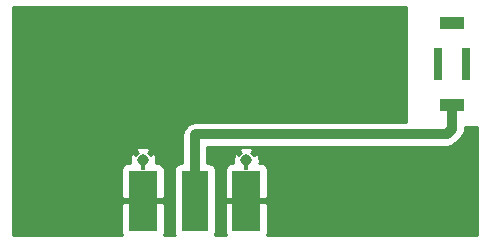
<source format=gbr>
*
%LPD*%
%LNChip Antenna-F.Cu*%
%FSLAX25Y25*%
%MOIN*%
%AD*%
%AD*%
%ADD11R,0.095275591X0.2*%
%ADD12C,0.038188976*%
%ADD13R,0.018110236X0.03503937*%
%ADD14C,0.023622047*%
%ADD15C,0.01*%
%ADD20R,0.09015748X0.2*%
%ADD21R,0.031496063X0.11023622*%
%ADD22R,0.078740157X0.039370079*%
%ADD23C,0.033*%
G54D20*
%SRX1Y1I0.0J0.0*%
G1X62039Y12669D3*
G54D11*
G1X44795Y12669D3*
G1X79283Y12669D3*
G54D12*
G1X44795Y26213D3*
G1X79283Y26213D3*
G54D13*
G1X44795Y24441D3*
G1X79283Y24441D3*
G54D21*
G1X143036Y58260D3*
G54D22*
G1X147839Y72000D3*
G1X147839Y44441D3*
G54D21*
G1X152643Y58220D3*
G54D14*
G1X88583Y11811D3*
G1X88583Y20669D3*
G1X46260Y32480D3*
G1X38386Y32480D3*
G1X35433Y26575D3*
G1X35433Y19685D3*
G1X35433Y11811D3*
G1X145669Y28543D3*
G1X138780Y28543D3*
G1X132874Y28543D3*
G1X125984Y28543D3*
G1X119094Y28543D3*
G1X111220Y28543D3*
G1X103346Y28543D3*
G1X95472Y28543D3*
G1X88583Y28543D3*
G1X67913Y26575D3*
G1X55118Y26575D3*
G1X55118Y32480D3*
G1X57087Y38386D3*
G1X63976Y40354D3*
G1X70866Y40354D3*
G1X78740Y40354D3*
G1X86614Y40354D3*
G1X95472Y40354D3*
G1X103346Y40354D3*
G1X111220Y40354D3*
G1X118110Y40354D3*
G1X125000Y40354D3*
G1X153543Y35433D3*
G1X153543Y27559D3*
G1X153543Y19685D3*
G1X153543Y11811D3*
G1X153543Y3937D3*
G1X145669Y3937D3*
G1X137795Y3937D3*
G1X129921Y3937D3*
G1X122047Y3937D3*
G1X114173Y3937D3*
G1X106299Y3937D3*
G1X98425Y3937D3*
G1X90551Y3937D3*
G1X35433Y3937D3*
G1X27559Y3937D3*
G1X19685Y3937D3*
G1X11811Y3937D3*
G1X129921Y43307D3*
G1X129921Y51181D3*
G1X129921Y59055D3*
G1X129921Y66929D3*
G1X129921Y74803D3*
G1X122047Y74803D3*
G1X114173Y74803D3*
G1X106299Y74803D3*
G1X98425Y74803D3*
G1X90551Y74803D3*
G1X82677Y74803D3*
G1X74803Y74803D3*
G1X66929Y74803D3*
G1X59055Y74803D3*
G1X51181Y74803D3*
G1X43307Y74803D3*
G1X35433Y74803D3*
G1X27559Y74803D3*
G1X19685Y74803D3*
G1X11811Y74803D3*
G1X3937Y3937D3*
G1X3937Y11811D3*
G1X3937Y19685D3*
G1X3937Y27559D3*
G1X3937Y35433D3*
G1X3937Y43307D3*
G1X3937Y51181D3*
G1X3937Y59055D3*
G1X3937Y66929D3*
G1X3937Y74803D3*
G1X147839Y44441D2*
G54D23*
G1X147839Y36641D1*
G1X62039Y34441D2*
G1X62039Y12669D1*
G1X62439Y34841D2*
G1X62039Y34441D1*
G1X146039Y34841D2*
G1X62439Y34841D1*
G1X147839Y36641D2*
G1X146039Y34841D1*
G54D15*
G36*
G1X66189Y25218D2*
G1X66547Y25218D1*
G1X67539Y25017D1*
G1X68374Y24447D1*
G1X68922Y23596D1*
G1X69096Y22669D1*
G1X69096Y21921D1*
G1X72020Y21921D1*
G1X72020Y23167D1*
G1X72400Y24085D1*
G1X73104Y24789D1*
G1X74022Y25169D1*
G1X74938Y25169D1*
G1X74822Y26769D1*
G1X75375Y28434D1*
G1X76216Y28573D1*
G1X76719Y28070D1*
G1X76962Y28312D1*
G1X77619Y28584D1*
G1X76923Y29280D1*
G1X77062Y30121D1*
G1X78091Y30547D1*
G1X79840Y30674D1*
G1X81505Y30121D1*
G1X81644Y29280D1*
G1X80948Y28584D1*
G1X81605Y28312D1*
G1X81848Y28070D1*
G1X82351Y28573D1*
G1X83192Y28434D1*
G1X83618Y27405D1*
G1X83745Y25656D1*
G1X83583Y25169D1*
G1X84545Y25169D1*
G1X85463Y24789D1*
G1X86167Y24085D1*
G1X86547Y23167D1*
G1X86547Y21921D1*
G1X156139Y21921D1*
G1X156139Y37141D1*
G1X151989Y37141D1*
G1X151989Y36641D1*
G1X151673Y35053D1*
G1X150774Y33706D1*
G1X148974Y31906D1*
G1X147628Y31007D1*
G1X146039Y30691D1*
G1X66189Y30691D1*
G1X66189Y25218D1*
G37*
G36*
G1X68665Y1341D2*
G1X72364Y1341D1*
G1X72020Y2172D1*
G1X72020Y11544D1*
G1X72645Y12169D1*
G1X78783Y12169D1*
G1X78783Y12091D1*
G1X79783Y12091D1*
G1X79783Y12169D1*
G1X85922Y12169D1*
G1X86547Y11544D1*
G1X86547Y2172D1*
G1X86203Y1341D1*
G1X156139Y1341D1*
G1X156139Y21921D1*
G1X86547Y21921D1*
G1X86547Y13794D1*
G1X85922Y13169D1*
G1X79783Y13169D1*
G1X79783Y13248D1*
G1X78783Y13248D1*
G1X78783Y13169D1*
G1X72645Y13169D1*
G1X72020Y13794D1*
G1X72020Y21921D1*
G1X69096Y21921D1*
G1X69096Y2669D1*
G1X68895Y1678D1*
G1X68665Y1341D1*
G37*
G1X156139Y1341D2*
G1X86203Y1341D1*
G1X86547Y2172D1*
G1X86547Y11544D1*
G1X85922Y12169D1*
G1X79783Y12169D1*
G1X79783Y12091D1*
G1X78783Y12091D1*
G1X78783Y12169D1*
G1X72645Y12169D1*
G1X72020Y11544D1*
G1X72020Y2172D1*
G1X72364Y1341D1*
G1X68665Y1341D1*
G1X68895Y1678D1*
G1X69096Y2669D1*
G1X69096Y22669D1*
G1X69003Y23167D1*
G1X72020Y23167D1*
G1X72020Y13794D1*
G1X72645Y13169D1*
G1X78783Y13169D1*
G1X78783Y13248D1*
G1X79783Y13248D1*
G1X79783Y13169D1*
G1X85922Y13169D1*
G1X86547Y13794D1*
G1X86547Y23167D1*
G1X86167Y24085D1*
G1X85463Y24789D1*
G1X84545Y25169D1*
G1X83583Y25169D1*
G1X83745Y25656D1*
G1X83618Y27405D1*
G1X83192Y28434D1*
G1X82351Y28573D1*
G1X81848Y28070D1*
G1X81605Y28312D1*
G1X80948Y28584D1*
G1X81644Y29280D1*
G1X81505Y30121D1*
G1X79840Y30674D1*
G1X78091Y30547D1*
G1X77062Y30121D1*
G1X76923Y29280D1*
G1X77619Y28584D1*
G1X76962Y28312D1*
G1X76719Y28070D1*
G1X76216Y28573D1*
G1X75375Y28434D1*
G1X74822Y26769D1*
G1X74938Y25169D1*
G1X74022Y25169D1*
G1X73104Y24789D1*
G1X72400Y24085D1*
G1X72020Y23167D1*
G1X69003Y23167D1*
G1X68922Y23596D1*
G1X68374Y24447D1*
G1X67539Y25017D1*
G1X66547Y25218D1*
G1X66189Y25218D1*
G1X66189Y30691D1*
G1X146039Y30691D1*
G1X147628Y31007D1*
G1X148974Y31906D1*
G1X150774Y33706D1*
G1X151532Y34841D1*
G1X151673Y35053D1*
G1X151989Y36641D1*
G1X151989Y37141D1*
G1X156139Y37141D1*
G1X156139Y1341D1*
G36*
G1X1539Y21921D2*
G1X1539Y1341D1*
G1X37876Y1341D1*
G1X37531Y2172D1*
G1X37531Y11544D1*
G1X38156Y12169D1*
G1X44295Y12169D1*
G1X44295Y12091D1*
G1X45295Y12091D1*
G1X45295Y12169D1*
G1X51434Y12169D1*
G1X52059Y11544D1*
G1X52059Y2172D1*
G1X51715Y1341D1*
G1X55415Y1341D1*
G1X55157Y1743D1*
G1X54983Y2669D1*
G1X54983Y21921D1*
G1X52059Y21921D1*
G1X52059Y13794D1*
G1X51434Y13169D1*
G1X45295Y13169D1*
G1X45295Y13248D1*
G1X44295Y13248D1*
G1X44295Y13169D1*
G1X38156Y13169D1*
G1X37531Y13794D1*
G1X37531Y21921D1*
G1X1539Y21921D1*
G37*
G36*
G1X1539Y21921D2*
G1X37531Y21921D1*
G1X37531Y23167D1*
G1X37912Y24085D1*
G1X38615Y24789D1*
G1X39534Y25169D1*
G1X40450Y25169D1*
G1X40334Y26769D1*
G1X40887Y28434D1*
G1X41728Y28573D1*
G1X42231Y28070D1*
G1X42474Y28312D1*
G1X43131Y28584D1*
G1X42435Y29280D1*
G1X42574Y30121D1*
G1X43602Y30547D1*
G1X45352Y30674D1*
G1X47017Y30121D1*
G1X47156Y29280D1*
G1X46460Y28584D1*
G1X47117Y28312D1*
G1X47360Y28070D1*
G1X47863Y28573D1*
G1X48704Y28434D1*
G1X49130Y27405D1*
G1X49256Y25656D1*
G1X49095Y25169D1*
G1X50056Y25169D1*
G1X50975Y24789D1*
G1X51678Y24085D1*
G1X52059Y23167D1*
G1X52059Y21921D1*
G1X54983Y21921D1*
G1X54983Y22669D1*
G1X55183Y23661D1*
G1X55754Y24496D1*
G1X56605Y25044D1*
G1X57531Y25218D1*
G1X57889Y25218D1*
G1X57889Y34441D1*
G1X58205Y36029D1*
G1X59105Y37375D1*
G1X59505Y37775D1*
G1X60851Y38675D1*
G1X62439Y38991D1*
G1X132539Y38991D1*
G1X132539Y77141D1*
G1X1539Y77141D1*
G1X1539Y21921D1*
G37*
G1X132539Y38991D2*
G1X62439Y38991D1*
G1X60851Y38675D1*
G1X59505Y37775D1*
G1X59105Y37375D1*
G1X58205Y36029D1*
G1X57889Y34441D1*
G1X57889Y25218D1*
G1X57531Y25218D1*
G1X56605Y25044D1*
G1X55754Y24496D1*
G1X55183Y23661D1*
G1X54983Y22669D1*
G1X54983Y2669D1*
G1X55157Y1743D1*
G1X55415Y1341D1*
G1X51715Y1341D1*
G1X52059Y2172D1*
G1X52059Y11544D1*
G1X51434Y12169D1*
G1X45295Y12169D1*
G1X45295Y12091D1*
G1X44295Y12091D1*
G1X44295Y12169D1*
G1X38156Y12169D1*
G1X37531Y11544D1*
G1X37531Y2172D1*
G1X37876Y1341D1*
G1X1539Y1341D1*
G1X1539Y23167D1*
G1X37531Y23167D1*
G1X37531Y13794D1*
G1X38156Y13169D1*
G1X44295Y13169D1*
G1X44295Y13248D1*
G1X45295Y13248D1*
G1X45295Y13169D1*
G1X51434Y13169D1*
G1X52059Y13794D1*
G1X52059Y23167D1*
G1X51678Y24085D1*
G1X50975Y24789D1*
G1X50056Y25169D1*
G1X49095Y25169D1*
G1X49256Y25656D1*
G1X49130Y27405D1*
G1X48704Y28434D1*
G1X47863Y28573D1*
G1X47360Y28070D1*
G1X47117Y28312D1*
G1X46460Y28584D1*
G1X47156Y29280D1*
G1X47017Y30121D1*
G1X45352Y30674D1*
G1X43602Y30547D1*
G1X42574Y30121D1*
G1X42435Y29280D1*
G1X43131Y28584D1*
G1X42474Y28312D1*
G1X42231Y28070D1*
G1X41728Y28573D1*
G1X40887Y28434D1*
G1X40334Y26769D1*
G1X40450Y25169D1*
G1X39534Y25169D1*
G1X38615Y24789D1*
G1X37912Y24085D1*
G1X37531Y23167D1*
G1X1539Y23167D1*
G1X1539Y77141D1*
G1X132539Y77141D1*
G1X132539Y38991D1*
M2*

</source>
